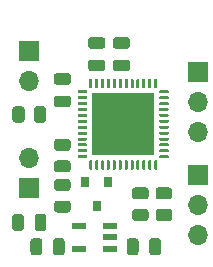
<source format=gbr>
%TF.GenerationSoftware,KiCad,Pcbnew,(5.1.10-1-10_14)*%
%TF.CreationDate,2021-11-01T10:51:15+01:00*%
%TF.ProjectId,esp32-wled-pcb,65737033-322d-4776-9c65-642d7063622e,rev?*%
%TF.SameCoordinates,Original*%
%TF.FileFunction,Soldermask,Top*%
%TF.FilePolarity,Negative*%
%FSLAX46Y46*%
G04 Gerber Fmt 4.6, Leading zero omitted, Abs format (unit mm)*
G04 Created by KiCad (PCBNEW (5.1.10-1-10_14)) date 2021-11-01 10:51:15*
%MOMM*%
%LPD*%
G01*
G04 APERTURE LIST*
%ADD10O,1.700000X1.700000*%
%ADD11R,1.700000X1.700000*%
%ADD12R,5.300000X5.300000*%
%ADD13R,1.200000X0.600000*%
%ADD14R,0.800000X0.900000*%
G04 APERTURE END LIST*
%TO.C,R1*%
G36*
G01*
X106400000Y-58249998D02*
X106400000Y-59150002D01*
G75*
G02*
X106150002Y-59400000I-249998J0D01*
G01*
X105624998Y-59400000D01*
G75*
G02*
X105375000Y-59150002I0J249998D01*
G01*
X105375000Y-58249998D01*
G75*
G02*
X105624998Y-58000000I249998J0D01*
G01*
X106150002Y-58000000D01*
G75*
G02*
X106400000Y-58249998I0J-249998D01*
G01*
G37*
G36*
G01*
X108225000Y-58249998D02*
X108225000Y-59150002D01*
G75*
G02*
X107975002Y-59400000I-249998J0D01*
G01*
X107449998Y-59400000D01*
G75*
G02*
X107200000Y-59150002I0J249998D01*
G01*
X107200000Y-58249998D01*
G75*
G02*
X107449998Y-58000000I249998J0D01*
G01*
X107975002Y-58000000D01*
G75*
G02*
X108225000Y-58249998I0J-249998D01*
G01*
G37*
%TD*%
%TO.C,R5*%
G36*
G01*
X109149998Y-62587500D02*
X110050002Y-62587500D01*
G75*
G02*
X110300000Y-62837498I0J-249998D01*
G01*
X110300000Y-63362502D01*
G75*
G02*
X110050002Y-63612500I-249998J0D01*
G01*
X109149998Y-63612500D01*
G75*
G02*
X108900000Y-63362502I0J249998D01*
G01*
X108900000Y-62837498D01*
G75*
G02*
X109149998Y-62587500I249998J0D01*
G01*
G37*
G36*
G01*
X109149998Y-60762500D02*
X110050002Y-60762500D01*
G75*
G02*
X110300000Y-61012498I0J-249998D01*
G01*
X110300000Y-61537502D01*
G75*
G02*
X110050002Y-61787500I-249998J0D01*
G01*
X109149998Y-61787500D01*
G75*
G02*
X108900000Y-61537502I0J249998D01*
G01*
X108900000Y-61012498D01*
G75*
G02*
X109149998Y-60762500I249998J0D01*
G01*
G37*
%TD*%
D10*
%TO.C,J4*%
X106800000Y-62400000D03*
D11*
X106800000Y-64940000D03*
%TD*%
D10*
%TO.C,J3*%
X106800000Y-55840000D03*
D11*
X106800000Y-53300000D03*
%TD*%
D10*
%TO.C,J2*%
X121100000Y-68880000D03*
X121100000Y-66340000D03*
D11*
X121100000Y-63800000D03*
%TD*%
D10*
%TO.C,J1*%
X121100000Y-60200000D03*
X121100000Y-57660000D03*
D11*
X121100000Y-55120000D03*
%TD*%
%TO.C,R4*%
G36*
G01*
X118650001Y-65900000D02*
X117749999Y-65900000D01*
G75*
G02*
X117500000Y-65650001I0J249999D01*
G01*
X117500000Y-65124999D01*
G75*
G02*
X117749999Y-64875000I249999J0D01*
G01*
X118650001Y-64875000D01*
G75*
G02*
X118900000Y-65124999I0J-249999D01*
G01*
X118900000Y-65650001D01*
G75*
G02*
X118650001Y-65900000I-249999J0D01*
G01*
G37*
G36*
G01*
X118650001Y-67725000D02*
X117749999Y-67725000D01*
G75*
G02*
X117500000Y-67475001I0J249999D01*
G01*
X117500000Y-66949999D01*
G75*
G02*
X117749999Y-66700000I249999J0D01*
G01*
X118650001Y-66700000D01*
G75*
G02*
X118900000Y-66949999I0J-249999D01*
G01*
X118900000Y-67475001D01*
G75*
G02*
X118650001Y-67725000I-249999J0D01*
G01*
G37*
%TD*%
D12*
%TO.C,U2*%
X114750000Y-59530000D03*
G36*
G01*
X117862500Y-56655000D02*
X118537500Y-56655000D01*
G75*
G02*
X118600000Y-56717500I0J-62500D01*
G01*
X118600000Y-56842500D01*
G75*
G02*
X118537500Y-56905000I-62500J0D01*
G01*
X117862500Y-56905000D01*
G75*
G02*
X117800000Y-56842500I0J62500D01*
G01*
X117800000Y-56717500D01*
G75*
G02*
X117862500Y-56655000I62500J0D01*
G01*
G37*
G36*
G01*
X117862500Y-57155000D02*
X118537500Y-57155000D01*
G75*
G02*
X118600000Y-57217500I0J-62500D01*
G01*
X118600000Y-57342500D01*
G75*
G02*
X118537500Y-57405000I-62500J0D01*
G01*
X117862500Y-57405000D01*
G75*
G02*
X117800000Y-57342500I0J62500D01*
G01*
X117800000Y-57217500D01*
G75*
G02*
X117862500Y-57155000I62500J0D01*
G01*
G37*
G36*
G01*
X117862500Y-57655000D02*
X118537500Y-57655000D01*
G75*
G02*
X118600000Y-57717500I0J-62500D01*
G01*
X118600000Y-57842500D01*
G75*
G02*
X118537500Y-57905000I-62500J0D01*
G01*
X117862500Y-57905000D01*
G75*
G02*
X117800000Y-57842500I0J62500D01*
G01*
X117800000Y-57717500D01*
G75*
G02*
X117862500Y-57655000I62500J0D01*
G01*
G37*
G36*
G01*
X117862500Y-58155000D02*
X118537500Y-58155000D01*
G75*
G02*
X118600000Y-58217500I0J-62500D01*
G01*
X118600000Y-58342500D01*
G75*
G02*
X118537500Y-58405000I-62500J0D01*
G01*
X117862500Y-58405000D01*
G75*
G02*
X117800000Y-58342500I0J62500D01*
G01*
X117800000Y-58217500D01*
G75*
G02*
X117862500Y-58155000I62500J0D01*
G01*
G37*
G36*
G01*
X117862500Y-58655000D02*
X118537500Y-58655000D01*
G75*
G02*
X118600000Y-58717500I0J-62500D01*
G01*
X118600000Y-58842500D01*
G75*
G02*
X118537500Y-58905000I-62500J0D01*
G01*
X117862500Y-58905000D01*
G75*
G02*
X117800000Y-58842500I0J62500D01*
G01*
X117800000Y-58717500D01*
G75*
G02*
X117862500Y-58655000I62500J0D01*
G01*
G37*
G36*
G01*
X117862500Y-59155000D02*
X118537500Y-59155000D01*
G75*
G02*
X118600000Y-59217500I0J-62500D01*
G01*
X118600000Y-59342500D01*
G75*
G02*
X118537500Y-59405000I-62500J0D01*
G01*
X117862500Y-59405000D01*
G75*
G02*
X117800000Y-59342500I0J62500D01*
G01*
X117800000Y-59217500D01*
G75*
G02*
X117862500Y-59155000I62500J0D01*
G01*
G37*
G36*
G01*
X117862500Y-59655000D02*
X118537500Y-59655000D01*
G75*
G02*
X118600000Y-59717500I0J-62500D01*
G01*
X118600000Y-59842500D01*
G75*
G02*
X118537500Y-59905000I-62500J0D01*
G01*
X117862500Y-59905000D01*
G75*
G02*
X117800000Y-59842500I0J62500D01*
G01*
X117800000Y-59717500D01*
G75*
G02*
X117862500Y-59655000I62500J0D01*
G01*
G37*
G36*
G01*
X117862500Y-60155000D02*
X118537500Y-60155000D01*
G75*
G02*
X118600000Y-60217500I0J-62500D01*
G01*
X118600000Y-60342500D01*
G75*
G02*
X118537500Y-60405000I-62500J0D01*
G01*
X117862500Y-60405000D01*
G75*
G02*
X117800000Y-60342500I0J62500D01*
G01*
X117800000Y-60217500D01*
G75*
G02*
X117862500Y-60155000I62500J0D01*
G01*
G37*
G36*
G01*
X117862500Y-60655000D02*
X118537500Y-60655000D01*
G75*
G02*
X118600000Y-60717500I0J-62500D01*
G01*
X118600000Y-60842500D01*
G75*
G02*
X118537500Y-60905000I-62500J0D01*
G01*
X117862500Y-60905000D01*
G75*
G02*
X117800000Y-60842500I0J62500D01*
G01*
X117800000Y-60717500D01*
G75*
G02*
X117862500Y-60655000I62500J0D01*
G01*
G37*
G36*
G01*
X117862500Y-61155000D02*
X118537500Y-61155000D01*
G75*
G02*
X118600000Y-61217500I0J-62500D01*
G01*
X118600000Y-61342500D01*
G75*
G02*
X118537500Y-61405000I-62500J0D01*
G01*
X117862500Y-61405000D01*
G75*
G02*
X117800000Y-61342500I0J62500D01*
G01*
X117800000Y-61217500D01*
G75*
G02*
X117862500Y-61155000I62500J0D01*
G01*
G37*
G36*
G01*
X117862500Y-61655000D02*
X118537500Y-61655000D01*
G75*
G02*
X118600000Y-61717500I0J-62500D01*
G01*
X118600000Y-61842500D01*
G75*
G02*
X118537500Y-61905000I-62500J0D01*
G01*
X117862500Y-61905000D01*
G75*
G02*
X117800000Y-61842500I0J62500D01*
G01*
X117800000Y-61717500D01*
G75*
G02*
X117862500Y-61655000I62500J0D01*
G01*
G37*
G36*
G01*
X117862500Y-62155000D02*
X118537500Y-62155000D01*
G75*
G02*
X118600000Y-62217500I0J-62500D01*
G01*
X118600000Y-62342500D01*
G75*
G02*
X118537500Y-62405000I-62500J0D01*
G01*
X117862500Y-62405000D01*
G75*
G02*
X117800000Y-62342500I0J62500D01*
G01*
X117800000Y-62217500D01*
G75*
G02*
X117862500Y-62155000I62500J0D01*
G01*
G37*
G36*
G01*
X117437500Y-62580000D02*
X117562500Y-62580000D01*
G75*
G02*
X117625000Y-62642500I0J-62500D01*
G01*
X117625000Y-63317500D01*
G75*
G02*
X117562500Y-63380000I-62500J0D01*
G01*
X117437500Y-63380000D01*
G75*
G02*
X117375000Y-63317500I0J62500D01*
G01*
X117375000Y-62642500D01*
G75*
G02*
X117437500Y-62580000I62500J0D01*
G01*
G37*
G36*
G01*
X116937500Y-62580000D02*
X117062500Y-62580000D01*
G75*
G02*
X117125000Y-62642500I0J-62500D01*
G01*
X117125000Y-63317500D01*
G75*
G02*
X117062500Y-63380000I-62500J0D01*
G01*
X116937500Y-63380000D01*
G75*
G02*
X116875000Y-63317500I0J62500D01*
G01*
X116875000Y-62642500D01*
G75*
G02*
X116937500Y-62580000I62500J0D01*
G01*
G37*
G36*
G01*
X116437500Y-62580000D02*
X116562500Y-62580000D01*
G75*
G02*
X116625000Y-62642500I0J-62500D01*
G01*
X116625000Y-63317500D01*
G75*
G02*
X116562500Y-63380000I-62500J0D01*
G01*
X116437500Y-63380000D01*
G75*
G02*
X116375000Y-63317500I0J62500D01*
G01*
X116375000Y-62642500D01*
G75*
G02*
X116437500Y-62580000I62500J0D01*
G01*
G37*
G36*
G01*
X115937500Y-62580000D02*
X116062500Y-62580000D01*
G75*
G02*
X116125000Y-62642500I0J-62500D01*
G01*
X116125000Y-63317500D01*
G75*
G02*
X116062500Y-63380000I-62500J0D01*
G01*
X115937500Y-63380000D01*
G75*
G02*
X115875000Y-63317500I0J62500D01*
G01*
X115875000Y-62642500D01*
G75*
G02*
X115937500Y-62580000I62500J0D01*
G01*
G37*
G36*
G01*
X115437500Y-62580000D02*
X115562500Y-62580000D01*
G75*
G02*
X115625000Y-62642500I0J-62500D01*
G01*
X115625000Y-63317500D01*
G75*
G02*
X115562500Y-63380000I-62500J0D01*
G01*
X115437500Y-63380000D01*
G75*
G02*
X115375000Y-63317500I0J62500D01*
G01*
X115375000Y-62642500D01*
G75*
G02*
X115437500Y-62580000I62500J0D01*
G01*
G37*
G36*
G01*
X114937500Y-62580000D02*
X115062500Y-62580000D01*
G75*
G02*
X115125000Y-62642500I0J-62500D01*
G01*
X115125000Y-63317500D01*
G75*
G02*
X115062500Y-63380000I-62500J0D01*
G01*
X114937500Y-63380000D01*
G75*
G02*
X114875000Y-63317500I0J62500D01*
G01*
X114875000Y-62642500D01*
G75*
G02*
X114937500Y-62580000I62500J0D01*
G01*
G37*
G36*
G01*
X114437500Y-62580000D02*
X114562500Y-62580000D01*
G75*
G02*
X114625000Y-62642500I0J-62500D01*
G01*
X114625000Y-63317500D01*
G75*
G02*
X114562500Y-63380000I-62500J0D01*
G01*
X114437500Y-63380000D01*
G75*
G02*
X114375000Y-63317500I0J62500D01*
G01*
X114375000Y-62642500D01*
G75*
G02*
X114437500Y-62580000I62500J0D01*
G01*
G37*
G36*
G01*
X113937500Y-62580000D02*
X114062500Y-62580000D01*
G75*
G02*
X114125000Y-62642500I0J-62500D01*
G01*
X114125000Y-63317500D01*
G75*
G02*
X114062500Y-63380000I-62500J0D01*
G01*
X113937500Y-63380000D01*
G75*
G02*
X113875000Y-63317500I0J62500D01*
G01*
X113875000Y-62642500D01*
G75*
G02*
X113937500Y-62580000I62500J0D01*
G01*
G37*
G36*
G01*
X113437500Y-62580000D02*
X113562500Y-62580000D01*
G75*
G02*
X113625000Y-62642500I0J-62500D01*
G01*
X113625000Y-63317500D01*
G75*
G02*
X113562500Y-63380000I-62500J0D01*
G01*
X113437500Y-63380000D01*
G75*
G02*
X113375000Y-63317500I0J62500D01*
G01*
X113375000Y-62642500D01*
G75*
G02*
X113437500Y-62580000I62500J0D01*
G01*
G37*
G36*
G01*
X112937500Y-62580000D02*
X113062500Y-62580000D01*
G75*
G02*
X113125000Y-62642500I0J-62500D01*
G01*
X113125000Y-63317500D01*
G75*
G02*
X113062500Y-63380000I-62500J0D01*
G01*
X112937500Y-63380000D01*
G75*
G02*
X112875000Y-63317500I0J62500D01*
G01*
X112875000Y-62642500D01*
G75*
G02*
X112937500Y-62580000I62500J0D01*
G01*
G37*
G36*
G01*
X112437500Y-62580000D02*
X112562500Y-62580000D01*
G75*
G02*
X112625000Y-62642500I0J-62500D01*
G01*
X112625000Y-63317500D01*
G75*
G02*
X112562500Y-63380000I-62500J0D01*
G01*
X112437500Y-63380000D01*
G75*
G02*
X112375000Y-63317500I0J62500D01*
G01*
X112375000Y-62642500D01*
G75*
G02*
X112437500Y-62580000I62500J0D01*
G01*
G37*
G36*
G01*
X111937500Y-62580000D02*
X112062500Y-62580000D01*
G75*
G02*
X112125000Y-62642500I0J-62500D01*
G01*
X112125000Y-63317500D01*
G75*
G02*
X112062500Y-63380000I-62500J0D01*
G01*
X111937500Y-63380000D01*
G75*
G02*
X111875000Y-63317500I0J62500D01*
G01*
X111875000Y-62642500D01*
G75*
G02*
X111937500Y-62580000I62500J0D01*
G01*
G37*
G36*
G01*
X110962500Y-62155000D02*
X111637500Y-62155000D01*
G75*
G02*
X111700000Y-62217500I0J-62500D01*
G01*
X111700000Y-62342500D01*
G75*
G02*
X111637500Y-62405000I-62500J0D01*
G01*
X110962500Y-62405000D01*
G75*
G02*
X110900000Y-62342500I0J62500D01*
G01*
X110900000Y-62217500D01*
G75*
G02*
X110962500Y-62155000I62500J0D01*
G01*
G37*
G36*
G01*
X110962500Y-61655000D02*
X111637500Y-61655000D01*
G75*
G02*
X111700000Y-61717500I0J-62500D01*
G01*
X111700000Y-61842500D01*
G75*
G02*
X111637500Y-61905000I-62500J0D01*
G01*
X110962500Y-61905000D01*
G75*
G02*
X110900000Y-61842500I0J62500D01*
G01*
X110900000Y-61717500D01*
G75*
G02*
X110962500Y-61655000I62500J0D01*
G01*
G37*
G36*
G01*
X110962500Y-61155000D02*
X111637500Y-61155000D01*
G75*
G02*
X111700000Y-61217500I0J-62500D01*
G01*
X111700000Y-61342500D01*
G75*
G02*
X111637500Y-61405000I-62500J0D01*
G01*
X110962500Y-61405000D01*
G75*
G02*
X110900000Y-61342500I0J62500D01*
G01*
X110900000Y-61217500D01*
G75*
G02*
X110962500Y-61155000I62500J0D01*
G01*
G37*
G36*
G01*
X110962500Y-60655000D02*
X111637500Y-60655000D01*
G75*
G02*
X111700000Y-60717500I0J-62500D01*
G01*
X111700000Y-60842500D01*
G75*
G02*
X111637500Y-60905000I-62500J0D01*
G01*
X110962500Y-60905000D01*
G75*
G02*
X110900000Y-60842500I0J62500D01*
G01*
X110900000Y-60717500D01*
G75*
G02*
X110962500Y-60655000I62500J0D01*
G01*
G37*
G36*
G01*
X110962500Y-60155000D02*
X111637500Y-60155000D01*
G75*
G02*
X111700000Y-60217500I0J-62500D01*
G01*
X111700000Y-60342500D01*
G75*
G02*
X111637500Y-60405000I-62500J0D01*
G01*
X110962500Y-60405000D01*
G75*
G02*
X110900000Y-60342500I0J62500D01*
G01*
X110900000Y-60217500D01*
G75*
G02*
X110962500Y-60155000I62500J0D01*
G01*
G37*
G36*
G01*
X110962500Y-59655000D02*
X111637500Y-59655000D01*
G75*
G02*
X111700000Y-59717500I0J-62500D01*
G01*
X111700000Y-59842500D01*
G75*
G02*
X111637500Y-59905000I-62500J0D01*
G01*
X110962500Y-59905000D01*
G75*
G02*
X110900000Y-59842500I0J62500D01*
G01*
X110900000Y-59717500D01*
G75*
G02*
X110962500Y-59655000I62500J0D01*
G01*
G37*
G36*
G01*
X110962500Y-59155000D02*
X111637500Y-59155000D01*
G75*
G02*
X111700000Y-59217500I0J-62500D01*
G01*
X111700000Y-59342500D01*
G75*
G02*
X111637500Y-59405000I-62500J0D01*
G01*
X110962500Y-59405000D01*
G75*
G02*
X110900000Y-59342500I0J62500D01*
G01*
X110900000Y-59217500D01*
G75*
G02*
X110962500Y-59155000I62500J0D01*
G01*
G37*
G36*
G01*
X110962500Y-58655000D02*
X111637500Y-58655000D01*
G75*
G02*
X111700000Y-58717500I0J-62500D01*
G01*
X111700000Y-58842500D01*
G75*
G02*
X111637500Y-58905000I-62500J0D01*
G01*
X110962500Y-58905000D01*
G75*
G02*
X110900000Y-58842500I0J62500D01*
G01*
X110900000Y-58717500D01*
G75*
G02*
X110962500Y-58655000I62500J0D01*
G01*
G37*
G36*
G01*
X110962500Y-58155000D02*
X111637500Y-58155000D01*
G75*
G02*
X111700000Y-58217500I0J-62500D01*
G01*
X111700000Y-58342500D01*
G75*
G02*
X111637500Y-58405000I-62500J0D01*
G01*
X110962500Y-58405000D01*
G75*
G02*
X110900000Y-58342500I0J62500D01*
G01*
X110900000Y-58217500D01*
G75*
G02*
X110962500Y-58155000I62500J0D01*
G01*
G37*
G36*
G01*
X110962500Y-57655000D02*
X111637500Y-57655000D01*
G75*
G02*
X111700000Y-57717500I0J-62500D01*
G01*
X111700000Y-57842500D01*
G75*
G02*
X111637500Y-57905000I-62500J0D01*
G01*
X110962500Y-57905000D01*
G75*
G02*
X110900000Y-57842500I0J62500D01*
G01*
X110900000Y-57717500D01*
G75*
G02*
X110962500Y-57655000I62500J0D01*
G01*
G37*
G36*
G01*
X110962500Y-57155000D02*
X111637500Y-57155000D01*
G75*
G02*
X111700000Y-57217500I0J-62500D01*
G01*
X111700000Y-57342500D01*
G75*
G02*
X111637500Y-57405000I-62500J0D01*
G01*
X110962500Y-57405000D01*
G75*
G02*
X110900000Y-57342500I0J62500D01*
G01*
X110900000Y-57217500D01*
G75*
G02*
X110962500Y-57155000I62500J0D01*
G01*
G37*
G36*
G01*
X110962500Y-56655000D02*
X111637500Y-56655000D01*
G75*
G02*
X111700000Y-56717500I0J-62500D01*
G01*
X111700000Y-56842500D01*
G75*
G02*
X111637500Y-56905000I-62500J0D01*
G01*
X110962500Y-56905000D01*
G75*
G02*
X110900000Y-56842500I0J62500D01*
G01*
X110900000Y-56717500D01*
G75*
G02*
X110962500Y-56655000I62500J0D01*
G01*
G37*
G36*
G01*
X111937500Y-55680000D02*
X112062500Y-55680000D01*
G75*
G02*
X112125000Y-55742500I0J-62500D01*
G01*
X112125000Y-56417500D01*
G75*
G02*
X112062500Y-56480000I-62500J0D01*
G01*
X111937500Y-56480000D01*
G75*
G02*
X111875000Y-56417500I0J62500D01*
G01*
X111875000Y-55742500D01*
G75*
G02*
X111937500Y-55680000I62500J0D01*
G01*
G37*
G36*
G01*
X112437500Y-55680000D02*
X112562500Y-55680000D01*
G75*
G02*
X112625000Y-55742500I0J-62500D01*
G01*
X112625000Y-56417500D01*
G75*
G02*
X112562500Y-56480000I-62500J0D01*
G01*
X112437500Y-56480000D01*
G75*
G02*
X112375000Y-56417500I0J62500D01*
G01*
X112375000Y-55742500D01*
G75*
G02*
X112437500Y-55680000I62500J0D01*
G01*
G37*
G36*
G01*
X112937500Y-55680000D02*
X113062500Y-55680000D01*
G75*
G02*
X113125000Y-55742500I0J-62500D01*
G01*
X113125000Y-56417500D01*
G75*
G02*
X113062500Y-56480000I-62500J0D01*
G01*
X112937500Y-56480000D01*
G75*
G02*
X112875000Y-56417500I0J62500D01*
G01*
X112875000Y-55742500D01*
G75*
G02*
X112937500Y-55680000I62500J0D01*
G01*
G37*
G36*
G01*
X113437500Y-55680000D02*
X113562500Y-55680000D01*
G75*
G02*
X113625000Y-55742500I0J-62500D01*
G01*
X113625000Y-56417500D01*
G75*
G02*
X113562500Y-56480000I-62500J0D01*
G01*
X113437500Y-56480000D01*
G75*
G02*
X113375000Y-56417500I0J62500D01*
G01*
X113375000Y-55742500D01*
G75*
G02*
X113437500Y-55680000I62500J0D01*
G01*
G37*
G36*
G01*
X113937500Y-55680000D02*
X114062500Y-55680000D01*
G75*
G02*
X114125000Y-55742500I0J-62500D01*
G01*
X114125000Y-56417500D01*
G75*
G02*
X114062500Y-56480000I-62500J0D01*
G01*
X113937500Y-56480000D01*
G75*
G02*
X113875000Y-56417500I0J62500D01*
G01*
X113875000Y-55742500D01*
G75*
G02*
X113937500Y-55680000I62500J0D01*
G01*
G37*
G36*
G01*
X114437500Y-55680000D02*
X114562500Y-55680000D01*
G75*
G02*
X114625000Y-55742500I0J-62500D01*
G01*
X114625000Y-56417500D01*
G75*
G02*
X114562500Y-56480000I-62500J0D01*
G01*
X114437500Y-56480000D01*
G75*
G02*
X114375000Y-56417500I0J62500D01*
G01*
X114375000Y-55742500D01*
G75*
G02*
X114437500Y-55680000I62500J0D01*
G01*
G37*
G36*
G01*
X114937500Y-55680000D02*
X115062500Y-55680000D01*
G75*
G02*
X115125000Y-55742500I0J-62500D01*
G01*
X115125000Y-56417500D01*
G75*
G02*
X115062500Y-56480000I-62500J0D01*
G01*
X114937500Y-56480000D01*
G75*
G02*
X114875000Y-56417500I0J62500D01*
G01*
X114875000Y-55742500D01*
G75*
G02*
X114937500Y-55680000I62500J0D01*
G01*
G37*
G36*
G01*
X115437500Y-55680000D02*
X115562500Y-55680000D01*
G75*
G02*
X115625000Y-55742500I0J-62500D01*
G01*
X115625000Y-56417500D01*
G75*
G02*
X115562500Y-56480000I-62500J0D01*
G01*
X115437500Y-56480000D01*
G75*
G02*
X115375000Y-56417500I0J62500D01*
G01*
X115375000Y-55742500D01*
G75*
G02*
X115437500Y-55680000I62500J0D01*
G01*
G37*
G36*
G01*
X115937500Y-55680000D02*
X116062500Y-55680000D01*
G75*
G02*
X116125000Y-55742500I0J-62500D01*
G01*
X116125000Y-56417500D01*
G75*
G02*
X116062500Y-56480000I-62500J0D01*
G01*
X115937500Y-56480000D01*
G75*
G02*
X115875000Y-56417500I0J62500D01*
G01*
X115875000Y-55742500D01*
G75*
G02*
X115937500Y-55680000I62500J0D01*
G01*
G37*
G36*
G01*
X116437500Y-55680000D02*
X116562500Y-55680000D01*
G75*
G02*
X116625000Y-55742500I0J-62500D01*
G01*
X116625000Y-56417500D01*
G75*
G02*
X116562500Y-56480000I-62500J0D01*
G01*
X116437500Y-56480000D01*
G75*
G02*
X116375000Y-56417500I0J62500D01*
G01*
X116375000Y-55742500D01*
G75*
G02*
X116437500Y-55680000I62500J0D01*
G01*
G37*
G36*
G01*
X116937500Y-55680000D02*
X117062500Y-55680000D01*
G75*
G02*
X117125000Y-55742500I0J-62500D01*
G01*
X117125000Y-56417500D01*
G75*
G02*
X117062500Y-56480000I-62500J0D01*
G01*
X116937500Y-56480000D01*
G75*
G02*
X116875000Y-56417500I0J62500D01*
G01*
X116875000Y-55742500D01*
G75*
G02*
X116937500Y-55680000I62500J0D01*
G01*
G37*
G36*
G01*
X117437500Y-55680000D02*
X117562500Y-55680000D01*
G75*
G02*
X117625000Y-55742500I0J-62500D01*
G01*
X117625000Y-56417500D01*
G75*
G02*
X117562500Y-56480000I-62500J0D01*
G01*
X117437500Y-56480000D01*
G75*
G02*
X117375000Y-56417500I0J62500D01*
G01*
X117375000Y-55742500D01*
G75*
G02*
X117437500Y-55680000I62500J0D01*
G01*
G37*
%TD*%
%TO.C,R3*%
G36*
G01*
X116650002Y-65900000D02*
X115749998Y-65900000D01*
G75*
G02*
X115500000Y-65650002I0J249998D01*
G01*
X115500000Y-65124998D01*
G75*
G02*
X115749998Y-64875000I249998J0D01*
G01*
X116650002Y-64875000D01*
G75*
G02*
X116900000Y-65124998I0J-249998D01*
G01*
X116900000Y-65650002D01*
G75*
G02*
X116650002Y-65900000I-249998J0D01*
G01*
G37*
G36*
G01*
X116650002Y-67725000D02*
X115749998Y-67725000D01*
G75*
G02*
X115500000Y-67475002I0J249998D01*
G01*
X115500000Y-66949998D01*
G75*
G02*
X115749998Y-66700000I249998J0D01*
G01*
X116650002Y-66700000D01*
G75*
G02*
X116900000Y-66949998I0J-249998D01*
G01*
X116900000Y-67475002D01*
G75*
G02*
X116650002Y-67725000I-249998J0D01*
G01*
G37*
%TD*%
%TO.C,C3*%
G36*
G01*
X115075000Y-53150000D02*
X114125000Y-53150000D01*
G75*
G02*
X113875000Y-52900000I0J250000D01*
G01*
X113875000Y-52400000D01*
G75*
G02*
X114125000Y-52150000I250000J0D01*
G01*
X115075000Y-52150000D01*
G75*
G02*
X115325000Y-52400000I0J-250000D01*
G01*
X115325000Y-52900000D01*
G75*
G02*
X115075000Y-53150000I-250000J0D01*
G01*
G37*
G36*
G01*
X115075000Y-55050000D02*
X114125000Y-55050000D01*
G75*
G02*
X113875000Y-54800000I0J250000D01*
G01*
X113875000Y-54300000D01*
G75*
G02*
X114125000Y-54050000I250000J0D01*
G01*
X115075000Y-54050000D01*
G75*
G02*
X115325000Y-54300000I0J-250000D01*
G01*
X115325000Y-54800000D01*
G75*
G02*
X115075000Y-55050000I-250000J0D01*
G01*
G37*
%TD*%
D13*
%TO.C,U1*%
X111050000Y-70050000D03*
X111050000Y-68150000D03*
X113650000Y-68150000D03*
X113650000Y-69100000D03*
X113650000Y-70050000D03*
%TD*%
%TO.C,C5*%
G36*
G01*
X106350000Y-67375000D02*
X106350000Y-68325000D01*
G75*
G02*
X106100000Y-68575000I-250000J0D01*
G01*
X105600000Y-68575000D01*
G75*
G02*
X105350000Y-68325000I0J250000D01*
G01*
X105350000Y-67375000D01*
G75*
G02*
X105600000Y-67125000I250000J0D01*
G01*
X106100000Y-67125000D01*
G75*
G02*
X106350000Y-67375000I0J-250000D01*
G01*
G37*
G36*
G01*
X108250000Y-67375000D02*
X108250000Y-68325000D01*
G75*
G02*
X108000000Y-68575000I-250000J0D01*
G01*
X107500000Y-68575000D01*
G75*
G02*
X107250000Y-68325000I0J250000D01*
G01*
X107250000Y-67375000D01*
G75*
G02*
X107500000Y-67125000I250000J0D01*
G01*
X108000000Y-67125000D01*
G75*
G02*
X108250000Y-67375000I0J-250000D01*
G01*
G37*
%TD*%
%TO.C,R2*%
G36*
G01*
X110050002Y-65187500D02*
X109149998Y-65187500D01*
G75*
G02*
X108900000Y-64937502I0J249998D01*
G01*
X108900000Y-64412498D01*
G75*
G02*
X109149998Y-64162500I249998J0D01*
G01*
X110050002Y-64162500D01*
G75*
G02*
X110300000Y-64412498I0J-249998D01*
G01*
X110300000Y-64937502D01*
G75*
G02*
X110050002Y-65187500I-249998J0D01*
G01*
G37*
G36*
G01*
X110050002Y-67012500D02*
X109149998Y-67012500D01*
G75*
G02*
X108900000Y-66762502I0J249998D01*
G01*
X108900000Y-66237498D01*
G75*
G02*
X109149998Y-65987500I249998J0D01*
G01*
X110050002Y-65987500D01*
G75*
G02*
X110300000Y-66237498I0J-249998D01*
G01*
X110300000Y-66762502D01*
G75*
G02*
X110050002Y-67012500I-249998J0D01*
G01*
G37*
%TD*%
D14*
%TO.C,Q1*%
X112500000Y-66450000D03*
X111550000Y-64450000D03*
X113450000Y-64450000D03*
%TD*%
%TO.C,C6*%
G36*
G01*
X107900000Y-69425000D02*
X107900000Y-70375000D01*
G75*
G02*
X107650000Y-70625000I-250000J0D01*
G01*
X107150000Y-70625000D01*
G75*
G02*
X106900000Y-70375000I0J250000D01*
G01*
X106900000Y-69425000D01*
G75*
G02*
X107150000Y-69175000I250000J0D01*
G01*
X107650000Y-69175000D01*
G75*
G02*
X107900000Y-69425000I0J-250000D01*
G01*
G37*
G36*
G01*
X109800000Y-69425000D02*
X109800000Y-70375000D01*
G75*
G02*
X109550000Y-70625000I-250000J0D01*
G01*
X109050000Y-70625000D01*
G75*
G02*
X108800000Y-70375000I0J250000D01*
G01*
X108800000Y-69425000D01*
G75*
G02*
X109050000Y-69175000I250000J0D01*
G01*
X109550000Y-69175000D01*
G75*
G02*
X109800000Y-69425000I0J-250000D01*
G01*
G37*
%TD*%
%TO.C,C1*%
G36*
G01*
X116950000Y-70375000D02*
X116950000Y-69425000D01*
G75*
G02*
X117200000Y-69175000I250000J0D01*
G01*
X117700000Y-69175000D01*
G75*
G02*
X117950000Y-69425000I0J-250000D01*
G01*
X117950000Y-70375000D01*
G75*
G02*
X117700000Y-70625000I-250000J0D01*
G01*
X117200000Y-70625000D01*
G75*
G02*
X116950000Y-70375000I0J250000D01*
G01*
G37*
G36*
G01*
X115050000Y-70375000D02*
X115050000Y-69425000D01*
G75*
G02*
X115300000Y-69175000I250000J0D01*
G01*
X115800000Y-69175000D01*
G75*
G02*
X116050000Y-69425000I0J-250000D01*
G01*
X116050000Y-70375000D01*
G75*
G02*
X115800000Y-70625000I-250000J0D01*
G01*
X115300000Y-70625000D01*
G75*
G02*
X115050000Y-70375000I0J250000D01*
G01*
G37*
%TD*%
%TO.C,C4*%
G36*
G01*
X112975000Y-53150000D02*
X112025000Y-53150000D01*
G75*
G02*
X111775000Y-52900000I0J250000D01*
G01*
X111775000Y-52400000D01*
G75*
G02*
X112025000Y-52150000I250000J0D01*
G01*
X112975000Y-52150000D01*
G75*
G02*
X113225000Y-52400000I0J-250000D01*
G01*
X113225000Y-52900000D01*
G75*
G02*
X112975000Y-53150000I-250000J0D01*
G01*
G37*
G36*
G01*
X112975000Y-55050000D02*
X112025000Y-55050000D01*
G75*
G02*
X111775000Y-54800000I0J250000D01*
G01*
X111775000Y-54300000D01*
G75*
G02*
X112025000Y-54050000I250000J0D01*
G01*
X112975000Y-54050000D01*
G75*
G02*
X113225000Y-54300000I0J-250000D01*
G01*
X113225000Y-54800000D01*
G75*
G02*
X112975000Y-55050000I-250000J0D01*
G01*
G37*
%TD*%
%TO.C,C2*%
G36*
G01*
X109125000Y-57100000D02*
X110075000Y-57100000D01*
G75*
G02*
X110325000Y-57350000I0J-250000D01*
G01*
X110325000Y-57850000D01*
G75*
G02*
X110075000Y-58100000I-250000J0D01*
G01*
X109125000Y-58100000D01*
G75*
G02*
X108875000Y-57850000I0J250000D01*
G01*
X108875000Y-57350000D01*
G75*
G02*
X109125000Y-57100000I250000J0D01*
G01*
G37*
G36*
G01*
X109125000Y-55200000D02*
X110075000Y-55200000D01*
G75*
G02*
X110325000Y-55450000I0J-250000D01*
G01*
X110325000Y-55950000D01*
G75*
G02*
X110075000Y-56200000I-250000J0D01*
G01*
X109125000Y-56200000D01*
G75*
G02*
X108875000Y-55950000I0J250000D01*
G01*
X108875000Y-55450000D01*
G75*
G02*
X109125000Y-55200000I250000J0D01*
G01*
G37*
%TD*%
M02*

</source>
